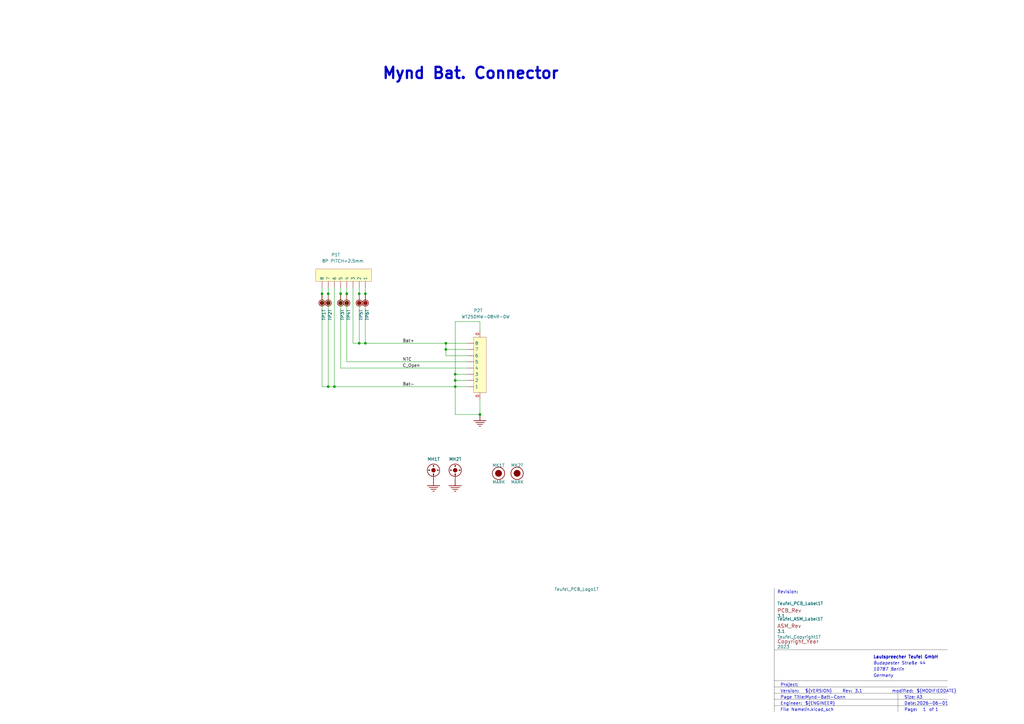
<source format=kicad_sch>
(kicad_sch
	(version 20231120)
	(generator "eeschema")
	(generator_version "8.0")
	(uuid "39cd98a2-433c-4f66-9e8e-06104f90f664")
	(paper "A3")
	(title_block
		(title "Mynd-Batt-Conn")
		(rev "3.1")
	)
	(lib_symbols
		(symbol "Mynd_Batt-altium-import:GND_POWER_GROUND"
			(power)
			(exclude_from_sim no)
			(in_bom yes)
			(on_board yes)
			(property "Reference" "#PWR"
				(at 0 0 0)
				(effects
					(font
						(size 1.27 1.27)
					)
				)
			)
			(property "Value" "GND"
				(at 0 6.35 0)
				(effects
					(font
						(size 1.27 1.27)
					)
				)
			)
			(property "Footprint" ""
				(at 0 0 0)
				(effects
					(font
						(size 1.27 1.27)
					)
					(hide yes)
				)
			)
			(property "Datasheet" ""
				(at 0 0 0)
				(effects
					(font
						(size 1.27 1.27)
					)
					(hide yes)
				)
			)
			(property "Description" "Spannungssymbol erstellt einen globalen Bezeichner mit Namen \"GND\""
				(at 0 0 0)
				(effects
					(font
						(size 1.27 1.27)
					)
					(hide yes)
				)
			)
			(property "ki_keywords" "power-flag"
				(at 0 0 0)
				(effects
					(font
						(size 1.27 1.27)
					)
					(hide yes)
				)
			)
			(symbol "GND_POWER_GROUND_0_0"
				(polyline
					(pts
						(xy -2.54 -2.54) (xy 2.54 -2.54)
					)
					(stroke
						(width 0.254)
						(type solid)
					)
					(fill
						(type none)
					)
				)
				(polyline
					(pts
						(xy -1.778 -3.302) (xy 1.778 -3.302)
					)
					(stroke
						(width 0.254)
						(type solid)
					)
					(fill
						(type none)
					)
				)
				(polyline
					(pts
						(xy -1.016 -4.064) (xy 1.016 -4.064)
					)
					(stroke
						(width 0.254)
						(type solid)
					)
					(fill
						(type none)
					)
				)
				(polyline
					(pts
						(xy -0.254 -4.826) (xy 0.254 -4.826)
					)
					(stroke
						(width 0.254)
						(type solid)
					)
					(fill
						(type none)
					)
				)
				(polyline
					(pts
						(xy 0 0) (xy 0 -2.54)
					)
					(stroke
						(width 0.254)
						(type solid)
					)
					(fill
						(type none)
					)
				)
				(pin power_in line
					(at 0 0 0)
					(length 0) hide
					(name "GND"
						(effects
							(font
								(size 1.27 1.27)
							)
						)
					)
					(number ""
						(effects
							(font
								(size 1.27 1.27)
							)
						)
					)
				)
			)
		)
		(symbol "Mynd_Batt-altium-import:root_0_MARK"
			(exclude_from_sim no)
			(in_bom yes)
			(on_board yes)
			(property "Reference" ""
				(at 0 0 0)
				(effects
					(font
						(size 1.27 1.27)
					)
				)
			)
			(property "Value" ""
				(at 0 0 0)
				(effects
					(font
						(size 1.27 1.27)
					)
				)
			)
			(property "Footprint" ""
				(at 0 0 0)
				(effects
					(font
						(size 1.27 1.27)
					)
					(hide yes)
				)
			)
			(property "Datasheet" ""
				(at 0 0 0)
				(effects
					(font
						(size 1.27 1.27)
					)
					(hide yes)
				)
			)
			(property "Description" "MARK DOT"
				(at 0 0 0)
				(effects
					(font
						(size 1.27 1.27)
					)
					(hide yes)
				)
			)
			(property "ki_fp_filters" "*MARK*"
				(at 0 0 0)
				(effects
					(font
						(size 1.27 1.27)
					)
					(hide yes)
				)
			)
			(symbol "root_0_MARK_1_0"
				(circle
					(center 0 0)
					(radius 1.27)
					(stroke
						(width 0.254)
						(type solid)
					)
					(fill
						(type outline)
					)
				)
				(circle
					(center 0 0)
					(radius 2.54)
					(stroke
						(width 0.254)
						(type solid)
					)
					(fill
						(type none)
					)
				)
				(pin passive line
					(at 1.27 0 180)
					(length 1.27)
					(name "MK_B"
						(effects
							(font
								(size 0 0)
							)
						)
					)
					(number "MK_B"
						(effects
							(font
								(size 0 0)
							)
						)
					)
				)
				(pin passive line
					(at -1.27 0 0)
					(length 1.27)
					(name "MK_T"
						(effects
							(font
								(size 0 0)
							)
						)
					)
					(number "MK_T"
						(effects
							(font
								(size 0 0)
							)
						)
					)
				)
			)
		)
		(symbol "Mynd_Batt-altium-import:root_0_Teufel NoLogo"
			(exclude_from_sim no)
			(in_bom yes)
			(on_board yes)
			(property "Reference" ""
				(at 0 0 0)
				(effects
					(font
						(size 1.27 1.27)
					)
				)
			)
			(property "Value" ""
				(at 0 0 0)
				(effects
					(font
						(size 1.27 1.27)
					)
				)
			)
			(property "Footprint" ""
				(at 0 0 0)
				(effects
					(font
						(size 1.27 1.27)
					)
					(hide yes)
				)
			)
			(property "Datasheet" ""
				(at 0 0 0)
				(effects
					(font
						(size 1.27 1.27)
					)
					(hide yes)
				)
			)
			(property "Description" "Teufel PCB NoLogo"
				(at 0 0 0)
				(effects
					(font
						(size 1.27 1.27)
					)
					(hide yes)
				)
			)
			(property "ki_fp_filters" "*Teufel_NoLogo*"
				(at 0 0 0)
				(effects
					(font
						(size 1.27 1.27)
					)
					(hide yes)
				)
			)
		)
		(symbol "Mynd_Batt-altium-import:root_0_Teufel_ASM_Label"
			(exclude_from_sim no)
			(in_bom yes)
			(on_board yes)
			(property "Reference" ""
				(at 0 0 0)
				(effects
					(font
						(size 1.27 1.27)
					)
				)
			)
			(property "Value" ""
				(at 0 0 0)
				(effects
					(font
						(size 1.27 1.27)
					)
				)
			)
			(property "Footprint" ""
				(at 0 0 0)
				(effects
					(font
						(size 1.27 1.27)
					)
					(hide yes)
				)
			)
			(property "Datasheet" ""
				(at 0 0 0)
				(effects
					(font
						(size 1.27 1.27)
					)
					(hide yes)
				)
			)
			(property "Description" "Teufel_ASM_Rev"
				(at 0 0 0)
				(effects
					(font
						(size 1.27 1.27)
					)
					(hide yes)
				)
			)
			(property "ki_fp_filters" "*Teufel_ASM_Rev*"
				(at 0 0 0)
				(effects
					(font
						(size 1.27 1.27)
					)
					(hide yes)
				)
			)
			(symbol "root_0_Teufel_ASM_Label_1_0"
				(text "ASM_Rev"
					(at 0 0 0)
					(effects
						(font
							(size 1.524 1.524)
						)
						(justify left bottom)
					)
				)
			)
		)
		(symbol "Mynd_Batt-altium-import:root_0_Teufel_Copyright"
			(exclude_from_sim no)
			(in_bom yes)
			(on_board yes)
			(property "Reference" ""
				(at 0 0 0)
				(effects
					(font
						(size 1.27 1.27)
					)
				)
			)
			(property "Value" ""
				(at 0 0 0)
				(effects
					(font
						(size 1.27 1.27)
					)
				)
			)
			(property "Footprint" ""
				(at 0 0 0)
				(effects
					(font
						(size 1.27 1.27)
					)
					(hide yes)
				)
			)
			(property "Datasheet" ""
				(at 0 0 0)
				(effects
					(font
						(size 1.27 1.27)
					)
					(hide yes)
				)
			)
			(property "Description" "Teufel_Copyright_Year"
				(at 0 0 0)
				(effects
					(font
						(size 1.27 1.27)
					)
					(hide yes)
				)
			)
			(property "ki_fp_filters" "*TEUFEL_COPYRIGHT*"
				(at 0 0 0)
				(effects
					(font
						(size 1.27 1.27)
					)
					(hide yes)
				)
			)
			(symbol "root_0_Teufel_Copyright_1_0"
				(text "Copyright_Year"
					(at 0 0 0)
					(effects
						(font
							(size 1.524 1.524)
						)
						(justify left bottom)
					)
				)
			)
		)
		(symbol "Mynd_Batt-altium-import:root_0_Teufel_PCB_Label"
			(exclude_from_sim no)
			(in_bom yes)
			(on_board yes)
			(property "Reference" ""
				(at 0 0 0)
				(effects
					(font
						(size 1.27 1.27)
					)
				)
			)
			(property "Value" ""
				(at 0 0 0)
				(effects
					(font
						(size 1.27 1.27)
					)
				)
			)
			(property "Footprint" ""
				(at 0 0 0)
				(effects
					(font
						(size 1.27 1.27)
					)
					(hide yes)
				)
			)
			(property "Datasheet" ""
				(at 0 0 0)
				(effects
					(font
						(size 1.27 1.27)
					)
					(hide yes)
				)
			)
			(property "Description" "Teufel_PCB_Label"
				(at 0 0 0)
				(effects
					(font
						(size 1.27 1.27)
					)
					(hide yes)
				)
			)
			(property "ki_fp_filters" "*Teufel_PCB_Rev*"
				(at 0 0 0)
				(effects
					(font
						(size 1.27 1.27)
					)
					(hide yes)
				)
			)
			(symbol "root_0_Teufel_PCB_Label_1_0"
				(text "PCB_Rev"
					(at 0 0 0)
					(effects
						(font
							(size 1.524 1.524)
						)
						(justify left bottom)
					)
				)
			)
		)
		(symbol "Mynd_Batt-altium-import:root_1_SCREW_HOLE"
			(exclude_from_sim no)
			(in_bom yes)
			(on_board yes)
			(property "Reference" ""
				(at 0 0 0)
				(effects
					(font
						(size 1.27 1.27)
					)
				)
			)
			(property "Value" ""
				(at 0 0 0)
				(effects
					(font
						(size 1.27 1.27)
					)
				)
			)
			(property "Footprint" ""
				(at 0 0 0)
				(effects
					(font
						(size 1.27 1.27)
					)
					(hide yes)
				)
			)
			(property "Datasheet" ""
				(at 0 0 0)
				(effects
					(font
						(size 1.27 1.27)
					)
					(hide yes)
				)
			)
			(property "Description" "SCREW_HOLE D3.2mm"
				(at 0 0 0)
				(effects
					(font
						(size 1.27 1.27)
					)
					(hide yes)
				)
			)
			(property "ki_fp_filters" "*SCREW_D32*"
				(at 0 0 0)
				(effects
					(font
						(size 1.27 1.27)
					)
					(hide yes)
				)
			)
			(symbol "root_1_SCREW_HOLE_1_0"
				(bezier
					(pts
						(xy -2.032 3.81) (xy -2.032 3.7398) (xy -1.9183 3.683) (xy -1.778 3.683)
					)
					(stroke
						(width 0.254)
						(type solid)
					)
					(fill
						(type outline)
					)
				)
				(bezier
					(pts
						(xy -1.778 3.683) (xy -1.6378 3.683) (xy -1.524 3.7398) (xy -1.524 3.81)
					)
					(stroke
						(width 0.254)
						(type solid)
					)
					(fill
						(type outline)
					)
				)
				(bezier
					(pts
						(xy -1.778 3.937) (xy -1.9183 3.937) (xy -2.032 3.8801) (xy -2.032 3.81)
					)
					(stroke
						(width 0.254)
						(type solid)
					)
					(fill
						(type outline)
					)
				)
				(bezier
					(pts
						(xy -1.524 3.81) (xy -1.524 3.8801) (xy -1.6378 3.937) (xy -1.778 3.937)
					)
					(stroke
						(width 0.254)
						(type solid)
					)
					(fill
						(type outline)
					)
				)
				(bezier
					(pts
						(xy -0.127 2.032) (xy -0.127 1.8917) (xy -0.0702 1.778) (xy 0 1.778)
					)
					(stroke
						(width 0.254)
						(type solid)
					)
					(fill
						(type outline)
					)
				)
				(bezier
					(pts
						(xy -0.127 5.588) (xy -0.127 5.4477) (xy -0.0702 5.334) (xy 0 5.334)
					)
					(stroke
						(width 0.254)
						(type solid)
					)
					(fill
						(type outline)
					)
				)
				(polyline
					(pts
						(xy -1.524 3.81) (xy -1.778 3.937) (xy -2.032 3.81) (xy -1.778 3.683) (xy -1.524 3.81)
					)
					(stroke
						(width -0.0001)
						(type default)
					)
					(fill
						(type outline)
					)
				)
				(polyline
					(pts
						(xy 0.127 2.032) (xy 0 2.286) (xy -0.127 2.032) (xy 0 1.778) (xy 0.127 2.032)
					)
					(stroke
						(width -0.0001)
						(type default)
					)
					(fill
						(type outline)
					)
				)
				(polyline
					(pts
						(xy 0.127 5.588) (xy 0 5.842) (xy -0.127 5.588) (xy 0 5.334) (xy 0.127 5.588)
					)
					(stroke
						(width -0.0001)
						(type default)
					)
					(fill
						(type outline)
					)
				)
				(polyline
					(pts
						(xy 2.032 3.81) (xy 1.778 3.937) (xy 1.524 3.81) (xy 1.778 3.683) (xy 2.032 3.81)
					)
					(stroke
						(width -0.0001)
						(type default)
					)
					(fill
						(type outline)
					)
				)
				(bezier
					(pts
						(xy 0 1.778) (xy 0.0701 1.778) (xy 0.127 1.8917) (xy 0.127 2.032)
					)
					(stroke
						(width 0.254)
						(type solid)
					)
					(fill
						(type outline)
					)
				)
				(bezier
					(pts
						(xy 0 2.286) (xy -0.0702 2.286) (xy -0.127 2.1722) (xy -0.127 2.032)
					)
					(stroke
						(width 0.254)
						(type solid)
					)
					(fill
						(type outline)
					)
				)
				(circle
					(center 0 3.81)
					(radius 0.762)
					(stroke
						(width 0.254)
						(type solid)
					)
					(fill
						(type outline)
					)
				)
				(circle
					(center 0 3.81)
					(radius 2.54)
					(stroke
						(width 0.254)
						(type solid)
					)
					(fill
						(type none)
					)
				)
				(bezier
					(pts
						(xy 0 5.334) (xy 0.0701 5.334) (xy 0.127 5.4477) (xy 0.127 5.588)
					)
					(stroke
						(width 0.254)
						(type solid)
					)
					(fill
						(type outline)
					)
				)
				(bezier
					(pts
						(xy 0 5.842) (xy -0.0702 5.842) (xy -0.127 5.7282) (xy -0.127 5.588)
					)
					(stroke
						(width 0.254)
						(type solid)
					)
					(fill
						(type outline)
					)
				)
				(bezier
					(pts
						(xy 0.127 2.032) (xy 0.127 2.1722) (xy 0.0701 2.286) (xy 0 2.286)
					)
					(stroke
						(width 0.254)
						(type solid)
					)
					(fill
						(type outline)
					)
				)
				(bezier
					(pts
						(xy 0.127 5.588) (xy 0.127 5.7282) (xy 0.0701 5.842) (xy 0 5.842)
					)
					(stroke
						(width 0.254)
						(type solid)
					)
					(fill
						(type outline)
					)
				)
				(bezier
					(pts
						(xy 1.524 3.81) (xy 1.524 3.7398) (xy 1.6377 3.683) (xy 1.778 3.683)
					)
					(stroke
						(width 0.254)
						(type solid)
					)
					(fill
						(type outline)
					)
				)
				(bezier
					(pts
						(xy 1.778 3.683) (xy 1.9182 3.683) (xy 2.032 3.7398) (xy 2.032 3.81)
					)
					(stroke
						(width 0.254)
						(type solid)
					)
					(fill
						(type outline)
					)
				)
				(bezier
					(pts
						(xy 1.778 3.937) (xy 1.6377 3.937) (xy 1.524 3.8801) (xy 1.524 3.81)
					)
					(stroke
						(width 0.254)
						(type solid)
					)
					(fill
						(type outline)
					)
				)
				(bezier
					(pts
						(xy 2.032 3.81) (xy 2.032 3.8801) (xy 1.9182 3.937) (xy 1.778 3.937)
					)
					(stroke
						(width 0.254)
						(type solid)
					)
					(fill
						(type outline)
					)
				)
				(pin passive line
					(at 0 0 90)
					(length 2.54)
					(name "1"
						(effects
							(font
								(size 0 0)
							)
						)
					)
					(number "1"
						(effects
							(font
								(size 0 0)
							)
						)
					)
				)
			)
		)
		(symbol "Mynd_Batt-altium-import:root_2_CON 8P_F"
			(exclude_from_sim no)
			(in_bom yes)
			(on_board yes)
			(property "Reference" ""
				(at 0 0 0)
				(effects
					(font
						(size 1.27 1.27)
					)
				)
			)
			(property "Value" ""
				(at 0 0 0)
				(effects
					(font
						(size 1.27 1.27)
					)
				)
			)
			(property "Footprint" ""
				(at 0 0 0)
				(effects
					(font
						(size 1.27 1.27)
					)
					(hide yes)
				)
			)
			(property "Datasheet" ""
				(at 0 0 0)
				(effects
					(font
						(size 1.27 1.27)
					)
					(hide yes)
				)
			)
			(property "Description" "SMD WTB CONNECTOR 8P P2.5mm TIN"
				(at 0 0 0)
				(effects
					(font
						(size 1.27 1.27)
					)
					(hide yes)
				)
			)
			(property "ki_fp_filters" "*CON_250_SMD_H_8P*"
				(at 0 0 0)
				(effects
					(font
						(size 1.27 1.27)
					)
					(hide yes)
				)
			)
			(symbol "root_2_CON 8P_F_1_0"
				(rectangle
					(start 0 22.86)
					(end -5.08 0)
					(stroke
						(width 0.0254)
						(type solid)
						(color 128 0 0 1)
					)
					(fill
						(type background)
					)
				)
				(pin passive line
					(at -2.54 -2.54 90)
					(length 2.54)
					(name "0"
						(effects
							(font
								(size 0 0)
							)
						)
					)
					(number "0"
						(effects
							(font
								(size 1.27 1.27)
							)
						)
					)
				)
				(pin passive line
					(at -2.54 25.4 270)
					(length 2.54)
					(name "0"
						(effects
							(font
								(size 0 0)
							)
						)
					)
					(number "0"
						(effects
							(font
								(size 1.27 1.27)
							)
						)
					)
				)
				(pin passive line
					(at -7.62 2.54 0)
					(length 2.54)
					(name "1"
						(effects
							(font
								(size 1.27 1.27)
							)
						)
					)
					(number "1"
						(effects
							(font
								(size 0 0)
							)
						)
					)
				)
				(pin passive line
					(at -7.62 5.08 0)
					(length 2.54)
					(name "2"
						(effects
							(font
								(size 1.27 1.27)
							)
						)
					)
					(number "2"
						(effects
							(font
								(size 0 0)
							)
						)
					)
				)
				(pin passive line
					(at -7.62 7.62 0)
					(length 2.54)
					(name "3"
						(effects
							(font
								(size 1.27 1.27)
							)
						)
					)
					(number "3"
						(effects
							(font
								(size 0 0)
							)
						)
					)
				)
				(pin passive line
					(at -7.62 10.16 0)
					(length 2.54)
					(name "4"
						(effects
							(font
								(size 1.27 1.27)
							)
						)
					)
					(number "4"
						(effects
							(font
								(size 0 0)
							)
						)
					)
				)
				(pin passive line
					(at -7.62 12.7 0)
					(length 2.54)
					(name "5"
						(effects
							(font
								(size 1.27 1.27)
							)
						)
					)
					(number "5"
						(effects
							(font
								(size 0 0)
							)
						)
					)
				)
				(pin passive line
					(at -7.62 15.24 0)
					(length 2.54)
					(name "6"
						(effects
							(font
								(size 1.27 1.27)
							)
						)
					)
					(number "6"
						(effects
							(font
								(size 0 0)
							)
						)
					)
				)
				(pin passive line
					(at -7.62 17.78 0)
					(length 2.54)
					(name "7"
						(effects
							(font
								(size 1.27 1.27)
							)
						)
					)
					(number "7"
						(effects
							(font
								(size 0 0)
							)
						)
					)
				)
				(pin passive line
					(at -7.62 20.32 0)
					(length 2.54)
					(name "8"
						(effects
							(font
								(size 1.27 1.27)
							)
						)
					)
					(number "8"
						(effects
							(font
								(size 0 0)
							)
						)
					)
				)
			)
		)
		(symbol "Mynd_Batt-altium-import:root_3_CON 8P"
			(exclude_from_sim no)
			(in_bom yes)
			(on_board yes)
			(property "Reference" ""
				(at 0 0 0)
				(effects
					(font
						(size 1.27 1.27)
					)
				)
			)
			(property "Value" ""
				(at 0 0 0)
				(effects
					(font
						(size 1.27 1.27)
					)
				)
			)
			(property "Footprint" ""
				(at 0 0 0)
				(effects
					(font
						(size 1.27 1.27)
					)
					(hide yes)
				)
			)
			(property "Datasheet" ""
				(at 0 0 0)
				(effects
					(font
						(size 1.27 1.27)
					)
					(hide yes)
				)
			)
			(property "Description" "SMD BTB CONNECTOR 8P P2.5mm GOLD"
				(at 0 0 0)
				(effects
					(font
						(size 1.27 1.27)
					)
					(hide yes)
				)
			)
			(property "ki_fp_filters" "*TSB1_05282*"
				(at 0 0 0)
				(effects
					(font
						(size 1.27 1.27)
					)
					(hide yes)
				)
			)
			(symbol "root_3_CON 8P_1_0"
				(rectangle
					(start 0 0)
					(end -22.86 -5.08)
					(stroke
						(width 0.0254)
						(type solid)
						(color 128 0 0 1)
					)
					(fill
						(type background)
					)
				)
				(pin passive line
					(at -2.54 -7.62 90)
					(length 2.54)
					(name "1"
						(effects
							(font
								(size 1.27 1.27)
							)
						)
					)
					(number "1"
						(effects
							(font
								(size 0 0)
							)
						)
					)
				)
				(pin passive line
					(at -5.08 -7.62 90)
					(length 2.54)
					(name "2"
						(effects
							(font
								(size 1.27 1.27)
							)
						)
					)
					(number "2"
						(effects
							(font
								(size 0 0)
							)
						)
					)
				)
				(pin passive line
					(at -7.62 -7.62 90)
					(length 2.54)
					(name "3"
						(effects
							(font
								(size 1.27 1.27)
							)
						)
					)
					(number "3"
						(effects
							(font
								(size 0 0)
							)
						)
					)
				)
				(pin passive line
					(at -10.16 -7.62 90)
					(length 2.54)
					(name "4"
						(effects
							(font
								(size 1.27 1.27)
							)
						)
					)
					(number "4"
						(effects
							(font
								(size 0 0)
							)
						)
					)
				)
				(pin passive line
					(at -12.7 -7.62 90)
					(length 2.54)
					(name "5"
						(effects
							(font
								(size 1.27 1.27)
							)
						)
					)
					(number "5"
						(effects
							(font
								(size 0 0)
							)
						)
					)
				)
				(pin passive line
					(at -15.24 -7.62 90)
					(length 2.54)
					(name "6"
						(effects
							(font
								(size 1.27 1.27)
							)
						)
					)
					(number "6"
						(effects
							(font
								(size 0 0)
							)
						)
					)
				)
				(pin passive line
					(at -17.78 -7.62 90)
					(length 2.54)
					(name "7"
						(effects
							(font
								(size 1.27 1.27)
							)
						)
					)
					(number "7"
						(effects
							(font
								(size 0 0)
							)
						)
					)
				)
				(pin passive line
					(at -20.32 -7.62 90)
					(length 2.54)
					(name "8"
						(effects
							(font
								(size 1.27 1.27)
							)
						)
					)
					(number "8"
						(effects
							(font
								(size 0 0)
							)
						)
					)
				)
			)
		)
		(symbol "Mynd_Batt-altium-import:root_3_TP"
			(exclude_from_sim no)
			(in_bom yes)
			(on_board yes)
			(property "Reference" ""
				(at 0 0 0)
				(effects
					(font
						(size 1.27 1.27)
					)
				)
			)
			(property "Value" ""
				(at 0 0 0)
				(effects
					(font
						(size 1.27 1.27)
					)
				)
			)
			(property "Footprint" ""
				(at 0 0 0)
				(effects
					(font
						(size 1.27 1.27)
					)
					(hide yes)
				)
			)
			(property "Datasheet" ""
				(at 0 0 0)
				(effects
					(font
						(size 1.27 1.27)
					)
					(hide yes)
				)
			)
			(property "Description" "Test Point"
				(at 0 0 0)
				(effects
					(font
						(size 1.27 1.27)
					)
					(hide yes)
				)
			)
			(property "ki_fp_filters" "*TP120*"
				(at 0 0 0)
				(effects
					(font
						(size 1.27 1.27)
					)
					(hide yes)
				)
			)
			(symbol "root_3_TP_1_0"
				(circle
					(center 0 -3.81)
					(radius 0.762)
					(stroke
						(width 0.254)
						(type solid)
					)
					(fill
						(type outline)
					)
				)
				(circle
					(center 0 -3.81)
					(radius 1.27)
					(stroke
						(width 0.254)
						(type solid)
					)
					(fill
						(type none)
					)
				)
				(pin passive line
					(at 0 0 270)
					(length 2.54)
					(name "1"
						(effects
							(font
								(size 0 0)
							)
						)
					)
					(number "1"
						(effects
							(font
								(size 0 0)
							)
						)
					)
				)
			)
		)
	)
	(junction
		(at 147.32 120.4722)
		(diameter 0)
		(color 0 0 0 0)
		(uuid "02b1d3aa-4e0a-4da2-b0bb-8428c93805d7")
	)
	(junction
		(at 147.32 140.7922)
		(diameter 0)
		(color 0 0 0 0)
		(uuid "109a26ad-f0a4-4d1d-9a9c-db467d0781c6")
	)
	(junction
		(at 142.24 120.4722)
		(diameter 0)
		(color 0 0 0 0)
		(uuid "1f8abe2b-a9c9-4845-bd36-1a814d016b51")
	)
	(junction
		(at 182.88 143.3322)
		(diameter 0)
		(color 0 0 0 0)
		(uuid "470f534e-2560-4229-97d4-4c5eb84e8759")
	)
	(junction
		(at 137.16 158.5722)
		(diameter 0)
		(color 0 0 0 0)
		(uuid "51c90172-87e5-4ddc-b734-166c3d0c69a6")
	)
	(junction
		(at 132.08 120.4722)
		(diameter 0)
		(color 0 0 0 0)
		(uuid "674badfa-2c24-41e8-97c1-f42c72649fbb")
	)
	(junction
		(at 196.85 170.0022)
		(diameter 0)
		(color 0 0 0 0)
		(uuid "6cdab744-94bb-49cc-a047-a5f857fbc5e4")
	)
	(junction
		(at 149.86 120.4722)
		(diameter 0)
		(color 0 0 0 0)
		(uuid "73ea2d0e-244d-4708-b7b0-3d26f525c2b8")
	)
	(junction
		(at 134.62 120.4722)
		(diameter 0)
		(color 0 0 0 0)
		(uuid "7b5b6985-cfb0-4ebe-bda2-0553bf3f5b45")
	)
	(junction
		(at 186.69 158.5722)
		(diameter 0)
		(color 0 0 0 0)
		(uuid "8223c06f-55df-4ba9-8269-2a669b1de554")
	)
	(junction
		(at 139.7 120.4722)
		(diameter 0)
		(color 0 0 0 0)
		(uuid "865037ae-02d5-4b21-967f-30d8d8ccaed1")
	)
	(junction
		(at 149.86 140.7922)
		(diameter 0)
		(color 0 0 0 0)
		(uuid "d9032893-3806-498d-bc1f-7de2af84baf5")
	)
	(junction
		(at 182.88 140.7922)
		(diameter 0)
		(color 0 0 0 0)
		(uuid "e15e5661-d07e-444c-88e5-fcef6776ab27")
	)
	(junction
		(at 134.62 158.5722)
		(diameter 0)
		(color 0 0 0 0)
		(uuid "e95d3f28-4d30-4368-9e45-98147f4775c9")
	)
	(junction
		(at 186.69 153.4922)
		(diameter 0)
		(color 0 0 0 0)
		(uuid "fd0a7aba-d4ae-4781-a753-78e496ebde6b")
	)
	(junction
		(at 186.69 156.0322)
		(diameter 0)
		(color 0 0 0 0)
		(uuid "fed680e4-b04f-4aa3-8ecc-9392b7217e33")
	)
	(wire
		(pts
			(xy 191.77 148.4122) (xy 142.24 148.4122)
		)
		(stroke
			(width 0)
			(type default)
		)
		(uuid "021e882d-2229-4bc4-9de9-583f4011a5d7")
	)
	(wire
		(pts
			(xy 182.88 145.8722) (xy 182.88 143.3322)
		)
		(stroke
			(width 0)
			(type default)
		)
		(uuid "075e38a7-40f5-4393-829c-83801604d131")
	)
	(wire
		(pts
			(xy 182.88 140.7922) (xy 191.77 140.7922)
		)
		(stroke
			(width 0)
			(type default)
		)
		(uuid "0d9b6ce5-b0e8-4821-a35f-aab903782f20")
	)
	(polyline
		(pts
			(xy 317.5 266.5222) (xy 388.62 266.5222)
		)
		(stroke
			(width 0.0254)
			(type solid)
			(color 0 0 0 1)
		)
		(uuid "10a02ffb-b282-450f-b581-8b49e04bec91")
	)
	(wire
		(pts
			(xy 182.88 143.3322) (xy 182.88 140.7922)
		)
		(stroke
			(width 0)
			(type default)
		)
		(uuid "14ad7641-a248-492e-bf64-4c922122b4df")
	)
	(wire
		(pts
			(xy 137.16 117.9322) (xy 137.16 158.5722)
		)
		(stroke
			(width 0)
			(type default)
		)
		(uuid "1f0423d1-e0b2-4ee2-8523-9036ce1e4ef0")
	)
	(wire
		(pts
			(xy 134.62 158.5722) (xy 134.62 120.4722)
		)
		(stroke
			(width 0)
			(type default)
		)
		(uuid "1f4f4b1a-b38d-46e4-88cb-d0601d57dc4e")
	)
	(polyline
		(pts
			(xy 317.5 281.7622) (xy 388.62 281.7622)
		)
		(stroke
			(width 0.0254)
			(type solid)
			(color 0 0 0 1)
		)
		(uuid "2fe7f399-73ed-41d9-90e7-efc30281a324")
	)
	(wire
		(pts
			(xy 147.32 140.7922) (xy 149.86 140.7922)
		)
		(stroke
			(width 0)
			(type default)
		)
		(uuid "301c422e-55bd-4288-9088-e874bf4307af")
	)
	(wire
		(pts
			(xy 186.69 131.9022) (xy 186.69 153.4922)
		)
		(stroke
			(width 0)
			(type default)
		)
		(uuid "4328e2fe-69c4-4395-993a-e9c09575d5b0")
	)
	(wire
		(pts
			(xy 142.24 120.4722) (xy 142.24 117.9322)
		)
		(stroke
			(width 0)
			(type default)
		)
		(uuid "458233b6-3883-492b-ac5e-f0c26b0c9e0c")
	)
	(wire
		(pts
			(xy 182.88 140.7922) (xy 149.86 140.7922)
		)
		(stroke
			(width 0)
			(type default)
		)
		(uuid "4a22d383-bef8-4dad-ad8a-80d662678869")
	)
	(wire
		(pts
			(xy 142.24 148.4122) (xy 142.24 120.4722)
		)
		(stroke
			(width 0)
			(type default)
		)
		(uuid "4aa83b0f-0373-440b-85e9-e1b43262bb52")
	)
	(polyline
		(pts
			(xy 317.5 266.5222) (xy 317.5 241.1222)
		)
		(stroke
			(width 0.0254)
			(type solid)
			(color 0 0 0 1)
		)
		(uuid "52f09960-ce41-4b65-b3a2-551e5745700d")
	)
	(wire
		(pts
			(xy 139.7 120.4722) (xy 139.7 117.9322)
		)
		(stroke
			(width 0)
			(type default)
		)
		(uuid "5b5e1da2-2444-466a-8cb0-3f58dc9c1da0")
	)
	(wire
		(pts
			(xy 196.85 131.9022) (xy 186.69 131.9022)
		)
		(stroke
			(width 0)
			(type default)
		)
		(uuid "5d7845ca-86a9-4925-aedf-4f9c9816ed49")
	)
	(wire
		(pts
			(xy 196.85 135.7122) (xy 196.85 131.9022)
		)
		(stroke
			(width 0)
			(type default)
		)
		(uuid "605bc670-8d92-4c3a-bd0e-835f8e9994da")
	)
	(wire
		(pts
			(xy 182.88 143.3322) (xy 191.77 143.3322)
		)
		(stroke
			(width 0)
			(type default)
		)
		(uuid "618f196c-3ab0-4857-a926-3187e0984a78")
	)
	(wire
		(pts
			(xy 186.69 153.4922) (xy 186.69 156.0322)
		)
		(stroke
			(width 0)
			(type default)
		)
		(uuid "632caac7-e623-433f-912f-fdbc7c052801")
	)
	(wire
		(pts
			(xy 186.69 158.5722) (xy 186.69 170.0022)
		)
		(stroke
			(width 0)
			(type default)
		)
		(uuid "6bfd3801-ca45-4c82-b98a-91ee51130a24")
	)
	(polyline
		(pts
			(xy 317.5 286.8422) (xy 388.62 286.8422)
		)
		(stroke
			(width 0.0254)
			(type solid)
			(color 0 0 0 1)
		)
		(uuid "7a80eba9-3d8e-4fb4-b772-466a990b54b5")
	)
	(wire
		(pts
			(xy 144.78 117.9322) (xy 144.78 140.7922)
		)
		(stroke
			(width 0)
			(type default)
		)
		(uuid "7daf849a-9ac5-4748-9a58-458406d3d0ba")
	)
	(polyline
		(pts
			(xy 317.5 279.2222) (xy 388.62 279.2222)
		)
		(stroke
			(width 0.0254)
			(type solid)
			(color 0 0 0 1)
		)
		(uuid "7f9ad8ff-373c-4df4-8288-97af004b468b")
	)
	(polyline
		(pts
			(xy 368.3 291.9222) (xy 368.3 284.3022)
		)
		(stroke
			(width 0.0254)
			(type solid)
			(color 0 0 0 1)
		)
		(uuid "810688ed-1669-4f96-bb38-96dacc86824a")
	)
	(wire
		(pts
			(xy 191.77 145.8722) (xy 182.88 145.8722)
		)
		(stroke
			(width 0)
			(type default)
		)
		(uuid "964f0f5d-f4bf-4c60-b0b7-b2f0eee4e534")
	)
	(wire
		(pts
			(xy 191.77 150.9522) (xy 139.7 150.9522)
		)
		(stroke
			(width 0)
			(type default)
		)
		(uuid "9b2aa463-dbc8-4c74-9a8f-db8034c7a9a5")
	)
	(wire
		(pts
			(xy 137.16 158.5722) (xy 186.69 158.5722)
		)
		(stroke
			(width 0)
			(type default)
		)
		(uuid "9d6c50a2-40fe-4069-bfa8-ab475addd3a5")
	)
	(wire
		(pts
			(xy 186.69 156.0322) (xy 191.77 156.0322)
		)
		(stroke
			(width 0)
			(type default)
		)
		(uuid "a201c32a-03fc-402d-adbd-9fb40782412b")
	)
	(wire
		(pts
			(xy 186.69 156.0322) (xy 186.69 158.5722)
		)
		(stroke
			(width 0)
			(type default)
		)
		(uuid "a3a42d1a-85de-46bc-be73-aafa6c00709c")
	)
	(wire
		(pts
			(xy 149.86 120.4722) (xy 149.86 117.9322)
		)
		(stroke
			(width 0)
			(type default)
		)
		(uuid "a6b8fbd9-98db-4860-acc3-fab5b3527d6f")
	)
	(wire
		(pts
			(xy 132.08 117.9322) (xy 132.08 120.4722)
		)
		(stroke
			(width 0)
			(type default)
		)
		(uuid "a987c574-8d74-4c26-a861-58ed022c6fcd")
	)
	(polyline
		(pts
			(xy 317.5 291.9222) (xy 317.5 266.5222)
		)
		(stroke
			(width 0.0254)
			(type solid)
			(color 0 0 0 1)
		)
		(uuid "b32ff9c7-13b6-4c24-b2f5-528067e4b179")
	)
	(wire
		(pts
			(xy 196.85 170.0022) (xy 196.85 163.6522)
		)
		(stroke
			(width 0)
			(type default)
		)
		(uuid "b69f8675-9377-4a64-b6b2-a114f7213191")
	)
	(wire
		(pts
			(xy 132.08 120.4722) (xy 132.08 158.5722)
		)
		(stroke
			(width 0)
			(type default)
		)
		(uuid "b6ae46bc-7267-4d98-b02f-652d21a243a5")
	)
	(polyline
		(pts
			(xy 317.5 284.3022) (xy 388.62 284.3022)
		)
		(stroke
			(width 0.0254)
			(type solid)
			(color 0 0 0 1)
		)
		(uuid "b713a4f5-05b7-4d00-9874-0c92ca231350")
	)
	(wire
		(pts
			(xy 186.69 170.0022) (xy 196.85 170.0022)
		)
		(stroke
			(width 0)
			(type default)
		)
		(uuid "bd006bf3-9dfb-48cc-b404-26511d177957")
	)
	(wire
		(pts
			(xy 147.32 120.4722) (xy 147.32 117.9322)
		)
		(stroke
			(width 0)
			(type default)
		)
		(uuid "c82c6899-7924-4e7c-864e-7d10fb6d1d0e")
	)
	(polyline
		(pts
			(xy 317.5 289.3822) (xy 388.62 289.3822)
		)
		(stroke
			(width 0.0254)
			(type solid)
			(color 0 0 0 1)
		)
		(uuid "d1e59c39-0172-42da-9f91-7d80792d8e94")
	)
	(wire
		(pts
			(xy 186.69 158.5722) (xy 191.77 158.5722)
		)
		(stroke
			(width 0)
			(type default)
		)
		(uuid "dc2fb41f-1924-4fc0-bdce-9958aa620a2a")
	)
	(wire
		(pts
			(xy 134.62 158.5722) (xy 137.16 158.5722)
		)
		(stroke
			(width 0)
			(type default)
		)
		(uuid "de413330-1036-4545-a4b7-f3b3a15ab551")
	)
	(wire
		(pts
			(xy 147.32 140.7922) (xy 147.32 120.4722)
		)
		(stroke
			(width 0)
			(type default)
		)
		(uuid "e5e22c69-f670-416e-ab76-f40dff4996c1")
	)
	(wire
		(pts
			(xy 144.78 140.7922) (xy 147.32 140.7922)
		)
		(stroke
			(width 0)
			(type default)
		)
		(uuid "e97234b1-4667-4e85-b1f8-aea3cebb2940")
	)
	(wire
		(pts
			(xy 134.62 120.4722) (xy 134.62 117.9322)
		)
		(stroke
			(width 0)
			(type default)
		)
		(uuid "ef5af340-e2f7-4082-91df-65ea2952d9f2")
	)
	(wire
		(pts
			(xy 149.86 140.7922) (xy 149.86 120.4722)
		)
		(stroke
			(width 0)
			(type default)
		)
		(uuid "f025f56a-820b-4dfa-ae46-ffee9116e054")
	)
	(wire
		(pts
			(xy 139.7 150.9522) (xy 139.7 120.4722)
		)
		(stroke
			(width 0)
			(type default)
		)
		(uuid "f060a126-f027-4182-a61e-36d2062667fe")
	)
	(wire
		(pts
			(xy 186.69 153.4922) (xy 191.77 153.4922)
		)
		(stroke
			(width 0)
			(type default)
		)
		(uuid "f12d7612-f9c2-4b97-a744-420a2daa2334")
	)
	(wire
		(pts
			(xy 132.08 158.5722) (xy 134.62 158.5722)
		)
		(stroke
			(width 0)
			(type default)
		)
		(uuid "f796a8bb-167e-4dfa-9f39-f26fd68422b9")
	)
	(text "of"
		(exclude_from_sim no)
		(at 381 291.9222 0)
		(effects
			(font
				(size 1.27 1.27)
			)
			(justify left bottom)
		)
		(uuid "02179abc-ca71-4441-9b0d-b9957ce8d925")
	)
	(text "Lautspreecher Teufel GmbH"
		(exclude_from_sim no)
		(at 358.14 270.3322 0)
		(effects
			(font
				(size 1.27 1.27)
				(thickness 0.254)
				(bold yes)
			)
			(justify left bottom)
		)
		(uuid "0ac8f851-1eb8-42bc-99c2-b9dcf5d4b0b0")
	)
	(text "Size:"
		(exclude_from_sim no)
		(at 370.84 286.8422 0)
		(effects
			(font
				(size 1.27 1.27)
			)
			(justify left bottom)
		)
		(uuid "17b04fab-1607-42b5-be66-3526d509ef84")
	)
	(text "Germany"
		(exclude_from_sim no)
		(at 358.14 277.9522 0)
		(effects
			(font
				(size 1.27 1.27)
				(italic yes)
			)
			(justify left bottom)
		)
		(uuid "1b04777d-eb5d-4ad9-8bac-ce775d1a7a38")
	)
	(text "Page:"
		(exclude_from_sim no)
		(at 370.84 291.9222 0)
		(effects
			(font
				(size 1.27 1.27)
			)
			(justify left bottom)
		)
		(uuid "1b360da5-0819-4173-bf32-1f66e35d1401")
	)
	(text "${FILENAME}"
		(exclude_from_sim no)
		(at 330.2 291.9222 0)
		(effects
			(font
				(size 1.27 1.27)
			)
			(justify left bottom)
		)
		(uuid "1ef5d161-9c5a-4fa8-910a-5bb0e378f15f")
	)
	(text "modified:"
		(exclude_from_sim no)
		(at 365.76 284.3022 0)
		(effects
			(font
				(size 1.27 1.27)
			)
			(justify left bottom)
		)
		(uuid "28b322dd-eb12-4f69-aef1-a31e90865c79")
	)
	(text "Revision:"
		(exclude_from_sim no)
		(at 318.77 243.6622 0)
		(effects
			(font
				(size 1.27 1.27)
			)
			(justify left bottom)
		)
		(uuid "47048d03-7210-4472-bbbc-ec4a7c9766a3")
	)
	(text "Date:"
		(exclude_from_sim no)
		(at 370.84 289.3822 0)
		(effects
			(font
				(size 1.27 1.27)
			)
			(justify left bottom)
		)
		(uuid "4840334a-2c90-4912-a9ff-20c47fc3c3e8")
	)
	(text "${TITLE}"
		(exclude_from_sim no)
		(at 330.2 286.8422 0)
		(effects
			(font
				(size 1.27 1.27)
			)
			(justify left bottom)
		)
		(uuid "6f78e3f4-f5a4-4d97-936f-72649e8d2648")
	)
	(text "Budapester Straße 44"
		(exclude_from_sim no)
		(at 358.14 272.8722 0)
		(effects
			(font
				(size 1.27 1.27)
				(italic yes)
			)
			(justify left bottom)
		)
		(uuid "70ef34f8-4c4a-4d99-a90f-a36eed7ef7ba")
	)
	(text "${REVISION}"
		(exclude_from_sim no)
		(at 350.52 284.3022 0)
		(effects
			(font
				(size 1.27 1.27)
			)
			(justify left bottom)
		)
		(uuid "8105f160-b53f-418c-b3e3-9088184f58c6")
	)
	(text "Page Title:"
		(exclude_from_sim no)
		(at 320.04 286.8422 0)
		(effects
			(font
				(size 1.27 1.27)
			)
			(justify left bottom)
		)
		(uuid "891b5dfd-9482-4266-9d37-c7393d50b07e")
	)
	(text "Project:"
		(exclude_from_sim no)
		(at 320.04 281.7622 0)
		(effects
			(font
				(size 1.27 1.27)
			)
			(justify left bottom)
		)
		(uuid "98285bac-e7e5-4d7f-acbd-1b1bd226807d")
	)
	(text "Engineer:"
		(exclude_from_sim no)
		(at 320.04 289.3822 0)
		(effects
			(font
				(size 1.27 1.27)
			)
			(justify left bottom)
		)
		(uuid "a4a070b9-da52-41c6-bcea-c53b329a85d2")
	)
	(text "Version:"
		(exclude_from_sim no)
		(at 320.04 284.3022 0)
		(effects
			(font
				(size 1.27 1.27)
			)
			(justify left bottom)
		)
		(uuid "a8add919-ad7d-4856-af6f-f8569b120cd9")
	)
	(text "${VERSION}"
		(exclude_from_sim no)
		(at 330.2 284.3022 0)
		(effects
			(font
				(size 1.27 1.27)
			)
			(justify left bottom)
		)
		(uuid "b82fe51b-7369-42a0-b9e7-9705802674c5")
	)
	(text "${MODIFIEDDATE}"
		(exclude_from_sim no)
		(at 375.92 284.3022 0)
		(effects
			(font
				(size 1.27 1.27)
			)
			(justify left bottom)
		)
		(uuid "bae58761-cad1-4dbb-9348-f0593c2a3195")
	)
	(text "${PROJECTNAME}"
		(exclude_from_sim no)
		(at 330.2 281.7622 0)
		(effects
			(font
				(size 1.27 1.27)
			)
			(justify left bottom)
		)
		(uuid "bbcaa55c-7ee4-426f-b7ae-5e46b94ffd0b")
	)
	(text "A3"
		(exclude_from_sim no)
		(at 375.92 286.8422 0)
		(effects
			(font
				(size 1.27 1.27)
			)
			(justify left bottom)
		)
		(uuid "d541e96d-953a-4eef-9c7b-240df0824864")
	)
	(text "${ENGINEER}"
		(exclude_from_sim no)
		(at 330.2 289.3822 0)
		(effects
			(font
				(size 1.27 1.27)
			)
			(justify left bottom)
		)
		(uuid "d6f487ca-af39-432c-99bc-f8f34da214ff")
	)
	(text "${##}"
		(exclude_from_sim no)
		(at 383.54 291.9222 0)
		(effects
			(font
				(size 1.27 1.27)
			)
			(justify left bottom)
		)
		(uuid "ddb23de3-9708-47b8-804f-221d2241ca2f")
	)
	(text "${CURRENT_DATE}"
		(exclude_from_sim no)
		(at 375.92 289.3822 0)
		(effects
			(font
				(size 1.27 1.27)
			)
			(justify left bottom)
		)
		(uuid "f219b2bd-cb09-4eae-97b3-bb32bc24fbe3")
	)
	(text "10787 Berlin"
		(exclude_from_sim no)
		(at 358.14 275.4122 0)
		(effects
			(font
				(size 1.27 1.27)
				(italic yes)
			)
			(justify left bottom)
		)
		(uuid "f340c05d-7d82-43d2-b624-4cd1879bf93e")
	)
	(text "Mynd Bat. Connector"
		(exclude_from_sim no)
		(at 193.04 32.8422 0)
		(effects
			(font
				(size 4.572 4.572)
				(thickness 0.9144)
				(bold yes)
			)
			(justify bottom)
		)
		(uuid "f645b58e-ebc6-4a29-8223-991b3d50d980")
	)
	(text "Rev:"
		(exclude_from_sim no)
		(at 345.44 284.3022 0)
		(effects
			(font
				(size 1.27 1.27)
			)
			(justify left bottom)
		)
		(uuid "f65db54c-5e63-43c9-bbc6-28507f8d5474")
	)
	(text "${#}"
		(exclude_from_sim no)
		(at 378.46 291.9222 0)
		(effects
			(font
				(size 1.27 1.27)
			)
			(justify left bottom)
		)
		(uuid "fbf8cc2a-ebcf-4c97-a32a-7c79dc07326a")
	)
	(text "File Name:"
		(exclude_from_sim no)
		(at 320.04 291.9222 0)
		(effects
			(font
				(size 1.27 1.27)
			)
			(justify left bottom)
		)
		(uuid "fc56e1f1-d483-409e-8cfd-9bfa34d01373")
	)
	(label "Bat+"
		(at 165.1 140.7922 0)
		(effects
			(font
				(size 1.27 1.27)
			)
			(justify left bottom)
		)
		(uuid "13da9f78-6ec1-497e-9230-010a9ab049f8")
	)
	(label "Bat-"
		(at 165.1 158.5722 0)
		(effects
			(font
				(size 1.27 1.27)
			)
			(justify left bottom)
		)
		(uuid "558013dd-85c5-486c-ac35-6379f4088632")
	)
	(label ""
		(at 166.37 150.9522 0)
		(effects
			(font
				(size 1.27 1.27)
			)
			(justify left bottom)
		)
		(uuid "5e78e04f-2c43-4455-b55d-fe4dd7c9f4de")
	)
	(label "C_Open"
		(at 165.1 150.9522 0)
		(effects
			(font
				(size 1.27 1.27)
			)
			(justify left bottom)
		)
		(uuid "8c537186-f8c4-4362-893f-875ab44a666c")
	)
	(label "NTC"
		(at 165.1 148.4122 0)
		(effects
			(font
				(size 1.27 1.27)
			)
			(justify left bottom)
		)
		(uuid "acdf55bb-0224-4134-8cca-56dc132a8939")
	)
	(label ""
		(at 170.18 140.7922 0)
		(effects
			(font
				(size 1.27 1.27)
			)
			(justify left bottom)
		)
		(uuid "f995ffc1-b315-43c6-9769-8ee639d40a8a")
	)
	(symbol
		(lib_id "Mynd_Batt-altium-import:root_1_SCREW_HOLE")
		(at 177.8 196.6722 0)
		(unit 1)
		(exclude_from_sim no)
		(in_bom yes)
		(on_board yes)
		(dnp no)
		(uuid "037da48e-25d7-4c5e-be26-873e42b4127a")
		(property "Reference" "MH1T"
			(at 175.26 189.0522 0)
			(effects
				(font
					(size 1.27 1.27)
				)
				(justify left bottom)
			)
		)
		(property "Value" "SCREW_HOLE"
			(at 175.26 190.3222 0)
			(effects
				(font
					(size 1.27 1.27)
				)
				(justify left bottom)
				(hide yes)
			)
		)
		(property "Footprint" "SCREW_D32"
			(at 177.8 196.6722 0)
			(effects
				(font
					(size 1.27 1.27)
				)
				(hide yes)
			)
		)
		(property "Datasheet" ""
			(at 177.8 196.6722 0)
			(effects
				(font
					(size 1.27 1.27)
				)
				(hide yes)
			)
		)
		(property "Description" "SCREW_HOLE D3.2mm"
			(at 177.8 196.6722 0)
			(effects
				(font
					(size 1.27 1.27)
				)
				(hide yes)
			)
		)
		(property "DESIGN ITEM ID" "SCREW_HOLE"
			(at 175.26 190.3222 0)
			(effects
				(font
					(size 1.27 1.27)
				)
				(justify left bottom)
				(hide yes)
			)
		)
		(pin "1"
			(uuid "81611fcf-d950-44c3-9fc9-4b1c2681655e")
		)
		(instances
			(project ""
				(path "/39cd98a2-433c-4f66-9e8e-06104f90f664"
					(reference "MH1T")
					(unit 1)
				)
			)
		)
	)
	(symbol
		(lib_id "Mynd_Batt-altium-import:root_0_Teufel_ASM_Label")
		(at 318.77 257.6322 0)
		(unit 1)
		(exclude_from_sim no)
		(in_bom yes)
		(on_board yes)
		(dnp no)
		(uuid "065d0f5c-1564-481c-a3d7-da54015656be")
		(property "Reference" "Teufel_ASM_Label1T"
			(at 318.77 254.5842 0)
			(effects
				(font
					(size 1.27 1.27)
				)
				(justify left bottom)
			)
		)
		(property "Value" "${ALTIUM_VALUE}"
			(at 318.77 259.6642 0)
			(effects
				(font
					(size 1.27 1.27)
				)
				(justify left bottom)
			)
		)
		(property "Footprint" "Teufel_ASM_Rev"
			(at 318.77 257.6322 0)
			(effects
				(font
					(size 1.27 1.27)
				)
				(hide yes)
			)
		)
		(property "Datasheet" ""
			(at 318.77 257.6322 0)
			(effects
				(font
					(size 1.27 1.27)
				)
				(hide yes)
			)
		)
		(property "Description" "Teufel_ASM_Rev"
			(at 318.77 257.6322 0)
			(effects
				(font
					(size 1.27 1.27)
				)
				(hide yes)
			)
		)
		(property "ALTIUM_VALUE" "3.1"
			(at 318.77 254.5842 0)
			(effects
				(font
					(size 1.27 1.27)
				)
				(justify left bottom)
				(hide yes)
			)
		)
		(instances
			(project ""
				(path "/39cd98a2-433c-4f66-9e8e-06104f90f664"
					(reference "Teufel_ASM_Label1T")
					(unit 1)
				)
			)
		)
	)
	(symbol
		(lib_id "Mynd_Batt-altium-import:GND_POWER_GROUND")
		(at 186.69 196.6722 0)
		(unit 1)
		(exclude_from_sim no)
		(in_bom yes)
		(on_board yes)
		(dnp no)
		(uuid "0c121d35-c632-46ce-a14e-62153f9ad23a")
		(property "Reference" "#PWR?"
			(at 186.69 196.6722 0)
			(effects
				(font
					(size 1.27 1.27)
				)
				(hide yes)
			)
		)
		(property "Value" "GND"
			(at 186.69 203.0222 0)
			(effects
				(font
					(size 1.27 1.27)
				)
				(hide yes)
			)
		)
		(property "Footprint" ""
			(at 186.69 196.6722 0)
			(effects
				(font
					(size 1.27 1.27)
				)
				(hide yes)
			)
		)
		(property "Datasheet" ""
			(at 186.69 196.6722 0)
			(effects
				(font
					(size 1.27 1.27)
				)
				(hide yes)
			)
		)
		(property "Description" ""
			(at 186.69 196.6722 0)
			(effects
				(font
					(size 1.27 1.27)
				)
				(hide yes)
			)
		)
		(pin ""
			(uuid "572c40b2-845e-4696-8851-3a8172b0b5da")
		)
		(instances
			(project ""
				(path "/39cd98a2-433c-4f66-9e8e-06104f90f664"
					(reference "#PWR?")
					(unit 1)
				)
			)
		)
	)
	(symbol
		(lib_id "Mynd_Batt-altium-import:root_3_CON 8P")
		(at 152.4 110.3122 0)
		(unit 1)
		(exclude_from_sim no)
		(in_bom yes)
		(on_board yes)
		(dnp no)
		(uuid "1adc40b5-2524-42a0-bf07-a10731656b16")
		(property "Reference" "P1T"
			(at 135.89 105.2322 0)
			(effects
				(font
					(size 1.27 1.27)
				)
				(justify left bottom)
			)
		)
		(property "Value" "${ALTIUM_VALUE}"
			(at 132.08 107.7722 0)
			(effects
				(font
					(size 1.27 1.27)
				)
				(justify left bottom)
			)
		)
		(property "Footprint" "TSB1_05282"
			(at 152.4 110.3122 0)
			(effects
				(font
					(size 1.27 1.27)
				)
				(hide yes)
			)
		)
		(property "Datasheet" ""
			(at 152.4 110.3122 0)
			(effects
				(font
					(size 1.27 1.27)
				)
				(hide yes)
			)
		)
		(property "Description" "SMD BTB CONNECTOR 8P P2.5mm GOLD"
			(at 152.4 110.3122 0)
			(effects
				(font
					(size 1.27 1.27)
				)
				(hide yes)
			)
		)
		(property "MANUFACTURER" "Multi-Sourced"
			(at 129.54 110.3122 0)
			(effects
				(font
					(size 1.27 1.27)
				)
				(justify left bottom)
				(hide yes)
			)
		)
		(property "SYSTEM" "Connector"
			(at 129.54 120.9802 0)
			(effects
				(font
					(size 1.27 1.27)
				)
				(justify left bottom)
				(hide yes)
			)
		)
		(property "PART_NUMBER" "8P PITCH=2.5mm"
			(at 129.54 102.6922 0)
			(effects
				(font
					(size 1.27 1.27)
				)
				(justify left bottom)
				(hide yes)
			)
		)
		(property "PART_TYPE" "Connector 8 Pin SMT"
			(at 129.54 102.6922 0)
			(effects
				(font
					(size 1.27 1.27)
				)
				(justify left bottom)
				(hide yes)
			)
		)
		(property "ALTIUM_VALUE" "${PART_NUMBER}"
			(at 129.54 102.6922 0)
			(effects
				(font
					(size 1.27 1.27)
				)
				(justify left bottom)
				(hide yes)
			)
		)
		(pin "1"
			(uuid "e6ba0e4d-6133-454a-9929-2bdfaf163c4a")
		)
		(pin "5"
			(uuid "fc25f7ef-c471-441b-9480-2a87068b04f3")
		)
		(pin "7"
			(uuid "55252216-df8c-4eaf-b77a-aa0b1d56319c")
		)
		(pin "8"
			(uuid "01ac52fa-0b38-4cf6-8e93-bbfcae358595")
		)
		(pin "4"
			(uuid "7b492f90-0928-4f8d-a7d1-7a9a11af0cc5")
		)
		(pin "3"
			(uuid "267dd313-8228-4eb1-8b42-e8371f54d542")
		)
		(pin "2"
			(uuid "27c39f31-ba7e-44db-869a-6f691a3df3e4")
		)
		(pin "6"
			(uuid "5ba88ddd-2504-4534-a971-1fdb7e3deb6e")
		)
		(instances
			(project ""
				(path "/39cd98a2-433c-4f66-9e8e-06104f90f664"
					(reference "P1T")
					(unit 1)
				)
			)
		)
	)
	(symbol
		(lib_id "Mynd_Batt-altium-import:root_3_TP")
		(at 142.24 120.4722 0)
		(unit 1)
		(exclude_from_sim no)
		(in_bom yes)
		(on_board yes)
		(dnp no)
		(uuid "224928d7-a16c-4643-a426-f8043b43f041")
		(property "Reference" "TP4T"
			(at 142.24 126.8222 90)
			(effects
				(font
					(size 1.27 1.27)
				)
				(justify right top)
			)
		)
		(property "Value" "TP12"
			(at 140.97 119.9642 0)
			(effects
				(font
					(size 1.27 1.27)
				)
				(justify left bottom)
				(hide yes)
			)
		)
		(property "Footprint" "TP120"
			(at 142.24 120.4722 0)
			(effects
				(font
					(size 1.27 1.27)
				)
				(hide yes)
			)
		)
		(property "Datasheet" ""
			(at 142.24 120.4722 0)
			(effects
				(font
					(size 1.27 1.27)
				)
				(hide yes)
			)
		)
		(property "Description" "Test Point"
			(at 142.24 120.4722 0)
			(effects
				(font
					(size 1.27 1.27)
				)
				(hide yes)
			)
		)
		(property "DESIGN ITEM ID" "TP"
			(at 140.97 119.9642 0)
			(effects
				(font
					(size 1.27 1.27)
				)
				(justify left bottom)
				(hide yes)
			)
		)
		(pin "1"
			(uuid "b734ba5c-4631-4f19-b042-21a3f90f5dab")
		)
		(instances
			(project ""
				(path "/39cd98a2-433c-4f66-9e8e-06104f90f664"
					(reference "TP4T")
					(unit 1)
				)
			)
		)
	)
	(symbol
		(lib_id "Mynd_Batt-altium-import:root_3_TP")
		(at 149.86 120.4722 0)
		(unit 1)
		(exclude_from_sim no)
		(in_bom yes)
		(on_board yes)
		(dnp no)
		(uuid "24d4ef74-3e39-40d1-8cf6-a33a51f8b2af")
		(property "Reference" "TP6T"
			(at 149.86 126.8222 90)
			(effects
				(font
					(size 1.27 1.27)
				)
				(justify right top)
			)
		)
		(property "Value" "TP12"
			(at 148.59 119.9642 0)
			(effects
				(font
					(size 1.27 1.27)
				)
				(justify left bottom)
				(hide yes)
			)
		)
		(property "Footprint" "TP120"
			(at 149.86 120.4722 0)
			(effects
				(font
					(size 1.27 1.27)
				)
				(hide yes)
			)
		)
		(property "Datasheet" ""
			(at 149.86 120.4722 0)
			(effects
				(font
					(size 1.27 1.27)
				)
				(hide yes)
			)
		)
		(property "Description" "Test Point"
			(at 149.86 120.4722 0)
			(effects
				(font
					(size 1.27 1.27)
				)
				(hide yes)
			)
		)
		(property "DESIGN ITEM ID" "TP"
			(at 148.59 119.9642 0)
			(effects
				(font
					(size 1.27 1.27)
				)
				(justify left bottom)
				(hide yes)
			)
		)
		(pin "1"
			(uuid "1945a92e-a8c7-467b-8c26-be4ec30d151c")
		)
		(instances
			(project ""
				(path "/39cd98a2-433c-4f66-9e8e-06104f90f664"
					(reference "TP6T")
					(unit 1)
				)
			)
		)
	)
	(symbol
		(lib_id "Mynd_Batt-altium-import:root_3_TP")
		(at 147.32 120.4722 0)
		(unit 1)
		(exclude_from_sim no)
		(in_bom yes)
		(on_board yes)
		(dnp no)
		(uuid "2c3afc90-8c37-4bfe-a7cc-7255de2190e6")
		(property "Reference" "TP5T"
			(at 147.32 126.8222 90)
			(effects
				(font
					(size 1.27 1.27)
				)
				(justify right top)
			)
		)
		(property "Value" "TP12"
			(at 146.05 119.9642 0)
			(effects
				(font
					(size 1.27 1.27)
				)
				(justify left bottom)
				(hide yes)
			)
		)
		(property "Footprint" "TP120"
			(at 147.32 120.4722 0)
			(effects
				(font
					(size 1.27 1.27)
				)
				(hide yes)
			)
		)
		(property "Datasheet" ""
			(at 147.32 120.4722 0)
			(effects
				(font
					(size 1.27 1.27)
				)
				(hide yes)
			)
		)
		(property "Description" "Test Point"
			(at 147.32 120.4722 0)
			(effects
				(font
					(size 1.27 1.27)
				)
				(hide yes)
			)
		)
		(property "DESIGN ITEM ID" "TP"
			(at 146.05 119.9642 0)
			(effects
				(font
					(size 1.27 1.27)
				)
				(justify left bottom)
				(hide yes)
			)
		)
		(pin "1"
			(uuid "6b697a76-d906-419a-a62b-771c4ec2feca")
		)
		(instances
			(project ""
				(path "/39cd98a2-433c-4f66-9e8e-06104f90f664"
					(reference "TP5T")
					(unit 1)
				)
			)
		)
	)
	(symbol
		(lib_id "Mynd_Batt-altium-import:root_3_TP")
		(at 134.62 120.4722 0)
		(unit 1)
		(exclude_from_sim no)
		(in_bom yes)
		(on_board yes)
		(dnp no)
		(uuid "4e88b648-a2ed-47c9-bc1a-07c8a9ae67e3")
		(property "Reference" "TP2T"
			(at 134.62 126.8222 90)
			(effects
				(font
					(size 1.27 1.27)
				)
				(justify right top)
			)
		)
		(property "Value" "TP12"
			(at 133.35 119.9642 0)
			(effects
				(font
					(size 1.27 1.27)
				)
				(justify left bottom)
				(hide yes)
			)
		)
		(property "Footprint" "TP120"
			(at 134.62 120.4722 0)
			(effects
				(font
					(size 1.27 1.27)
				)
				(hide yes)
			)
		)
		(property "Datasheet" ""
			(at 134.62 120.4722 0)
			(effects
				(font
					(size 1.27 1.27)
				)
				(hide yes)
			)
		)
		(property "Description" "Test Point"
			(at 134.62 120.4722 0)
			(effects
				(font
					(size 1.27 1.27)
				)
				(hide yes)
			)
		)
		(property "DESIGN ITEM ID" "TP"
			(at 133.35 119.9642 0)
			(effects
				(font
					(size 1.27 1.27)
				)
				(justify left bottom)
				(hide yes)
			)
		)
		(pin "1"
			(uuid "e7e472d6-3db1-4b31-a5e4-2e8bb8b901b7")
		)
		(instances
			(project ""
				(path "/39cd98a2-433c-4f66-9e8e-06104f90f664"
					(reference "TP2T")
					(unit 1)
				)
			)
		)
	)
	(symbol
		(lib_id "Mynd_Batt-altium-import:GND_POWER_GROUND")
		(at 196.85 170.0022 0)
		(unit 1)
		(exclude_from_sim no)
		(in_bom yes)
		(on_board yes)
		(dnp no)
		(uuid "5e31a165-8d69-45ca-b129-57971e7b8e40")
		(property "Reference" "#PWR?"
			(at 196.85 170.0022 0)
			(effects
				(font
					(size 1.27 1.27)
				)
				(hide yes)
			)
		)
		(property "Value" "GND"
			(at 196.85 176.3522 0)
			(effects
				(font
					(size 1.27 1.27)
				)
				(hide yes)
			)
		)
		(property "Footprint" ""
			(at 196.85 170.0022 0)
			(effects
				(font
					(size 1.27 1.27)
				)
				(hide yes)
			)
		)
		(property "Datasheet" ""
			(at 196.85 170.0022 0)
			(effects
				(font
					(size 1.27 1.27)
				)
				(hide yes)
			)
		)
		(property "Description" ""
			(at 196.85 170.0022 0)
			(effects
				(font
					(size 1.27 1.27)
				)
				(hide yes)
			)
		)
		(pin ""
			(uuid "22525137-3d3f-4996-9478-5d2fd1657636")
		)
		(instances
			(project ""
				(path "/39cd98a2-433c-4f66-9e8e-06104f90f664"
					(reference "#PWR?")
					(unit 1)
				)
			)
		)
	)
	(symbol
		(lib_id "Mynd_Batt-altium-import:root_3_TP")
		(at 139.7 120.4722 0)
		(unit 1)
		(exclude_from_sim no)
		(in_bom yes)
		(on_board yes)
		(dnp no)
		(uuid "66515d92-eb65-4d50-b03b-90688db2e292")
		(property "Reference" "TP3T"
			(at 139.7 126.8222 90)
			(effects
				(font
					(size 1.27 1.27)
				)
				(justify right top)
			)
		)
		(property "Value" "TP12"
			(at 138.43 119.9642 0)
			(effects
				(font
					(size 1.27 1.27)
				)
				(justify left bottom)
				(hide yes)
			)
		)
		(property "Footprint" "TP120"
			(at 139.7 120.4722 0)
			(effects
				(font
					(size 1.27 1.27)
				)
				(hide yes)
			)
		)
		(property "Datasheet" ""
			(at 139.7 120.4722 0)
			(effects
				(font
					(size 1.27 1.27)
				)
				(hide yes)
			)
		)
		(property "Description" "Test Point"
			(at 139.7 120.4722 0)
			(effects
				(font
					(size 1.27 1.27)
				)
				(hide yes)
			)
		)
		(property "DESIGN ITEM ID" "TP"
			(at 138.43 119.9642 0)
			(effects
				(font
					(size 1.27 1.27)
				)
				(justify left bottom)
				(hide yes)
			)
		)
		(pin "1"
			(uuid "cc811f4e-9d52-4eef-81f5-9f98d1cb4a6f")
		)
		(instances
			(project ""
				(path "/39cd98a2-433c-4f66-9e8e-06104f90f664"
					(reference "TP3T")
					(unit 1)
				)
			)
		)
	)
	(symbol
		(lib_id "Mynd_Batt-altium-import:root_0_MARK")
		(at 204.47 194.1322 0)
		(unit 1)
		(exclude_from_sim no)
		(in_bom yes)
		(on_board yes)
		(dnp no)
		(uuid "8f2e3480-2971-4a07-8c76-1d606caeac51")
		(property "Reference" "MK1T"
			(at 201.93 191.5922 0)
			(effects
				(font
					(size 1.27 1.27)
				)
				(justify left bottom)
			)
		)
		(property "Value" "MARK"
			(at 201.93 198.4502 0)
			(effects
				(font
					(size 1.27 1.27)
				)
				(justify left bottom)
			)
		)
		(property "Footprint" "MARK"
			(at 204.47 194.1322 0)
			(effects
				(font
					(size 1.27 1.27)
				)
				(hide yes)
			)
		)
		(property "Datasheet" ""
			(at 204.47 194.1322 0)
			(effects
				(font
					(size 1.27 1.27)
				)
				(hide yes)
			)
		)
		(property "Description" "MARK DOT"
			(at 204.47 194.1322 0)
			(effects
				(font
					(size 1.27 1.27)
				)
				(hide yes)
			)
		)
		(property "DESIGN ITEM ID" "MARK"
			(at 201.93 191.0842 0)
			(effects
				(font
					(size 1.27 1.27)
				)
				(justify left bottom)
				(hide yes)
			)
		)
		(pin "MK_T"
			(uuid "7270472f-9498-40f8-b180-8d308864479e")
		)
		(pin "MK_B"
			(uuid "43af3388-f5f9-4c0e-872a-1e6ee3a42e27")
		)
		(instances
			(project ""
				(path "/39cd98a2-433c-4f66-9e8e-06104f90f664"
					(reference "MK1T")
					(unit 1)
				)
			)
		)
	)
	(symbol
		(lib_id "Mynd_Batt-altium-import:root_3_TP")
		(at 132.08 120.4722 0)
		(unit 1)
		(exclude_from_sim no)
		(in_bom yes)
		(on_board yes)
		(dnp no)
		(uuid "c68d4108-7d44-42ed-a571-0542cc487944")
		(property "Reference" "TP1T"
			(at 132.08 126.8222 90)
			(effects
				(font
					(size 1.27 1.27)
				)
				(justify right top)
			)
		)
		(property "Value" "TP12"
			(at 130.81 119.9642 0)
			(effects
				(font
					(size 1.27 1.27)
				)
				(justify left bottom)
				(hide yes)
			)
		)
		(property "Footprint" "TP120"
			(at 132.08 120.4722 0)
			(effects
				(font
					(size 1.27 1.27)
				)
				(hide yes)
			)
		)
		(property "Datasheet" ""
			(at 132.08 120.4722 0)
			(effects
				(font
					(size 1.27 1.27)
				)
				(hide yes)
			)
		)
		(property "Description" "Test Point"
			(at 132.08 120.4722 0)
			(effects
				(font
					(size 1.27 1.27)
				)
				(hide yes)
			)
		)
		(property "DESIGN ITEM ID" "TP"
			(at 130.81 119.9642 0)
			(effects
				(font
					(size 1.27 1.27)
				)
				(justify left bottom)
				(hide yes)
			)
		)
		(pin "1"
			(uuid "1135b7f7-455b-4ed3-abab-8bb112ce8555")
		)
		(instances
			(project ""
				(path "/39cd98a2-433c-4f66-9e8e-06104f90f664"
					(reference "TP1T")
					(unit 1)
				)
			)
		)
	)
	(symbol
		(lib_id "Mynd_Batt-altium-import:root_0_Teufel_PCB_Label")
		(at 318.77 251.2822 0)
		(unit 1)
		(exclude_from_sim no)
		(in_bom yes)
		(on_board yes)
		(dnp no)
		(uuid "cce0430b-36ca-413e-8044-9fa52ddb244f")
		(property "Reference" "Teufel_PCB_Label1T"
			(at 318.77 248.2342 0)
			(effects
				(font
					(size 1.27 1.27)
				)
				(justify left bottom)
			)
		)
		(property "Value" "${ALTIUM_VALUE}"
			(at 318.77 253.3142 0)
			(effects
				(font
					(size 1.27 1.27)
				)
				(justify left bottom)
			)
		)
		(property "Footprint" "Teufel_PCB_Rev"
			(at 318.77 251.2822 0)
			(effects
				(font
					(size 1.27 1.27)
				)
				(hide yes)
			)
		)
		(property "Datasheet" ""
			(at 318.77 251.2822 0)
			(effects
				(font
					(size 1.27 1.27)
				)
				(hide yes)
			)
		)
		(property "Description" "Teufel_PCB_Label"
			(at 318.77 251.2822 0)
			(effects
				(font
					(size 1.27 1.27)
				)
				(hide yes)
			)
		)
		(property "ALTIUM_VALUE" "3.1"
			(at 318.77 248.2342 0)
			(effects
				(font
					(size 1.27 1.27)
				)
				(justify left bottom)
				(hide yes)
			)
		)
		(instances
			(project ""
				(path "/39cd98a2-433c-4f66-9e8e-06104f90f664"
					(reference "Teufel_PCB_Label1T")
					(unit 1)
				)
			)
		)
	)
	(symbol
		(lib_id "Mynd_Batt-altium-import:root_0_Teufel_Copyright")
		(at 318.77 263.9822 0)
		(unit 1)
		(exclude_from_sim no)
		(in_bom yes)
		(on_board yes)
		(dnp no)
		(uuid "ccfde815-ec7d-4a0b-b738-99523bf784d8")
		(property "Reference" "Teufel_Copyright1T"
			(at 318.77 261.9502 0)
			(effects
				(font
					(size 1.27 1.27)
				)
				(justify left bottom)
			)
		)
		(property "Value" "${ALTIUM_VALUE}"
			(at 318.77 266.0142 0)
			(effects
				(font
					(size 1.27 1.27)
				)
				(justify left bottom)
			)
		)
		(property "Footprint" "TEUFEL_COPYRIGHT"
			(at 318.77 263.9822 0)
			(effects
				(font
					(size 1.27 1.27)
				)
				(hide yes)
			)
		)
		(property "Datasheet" ""
			(at 318.77 263.9822 0)
			(effects
				(font
					(size 1.27 1.27)
				)
				(hide yes)
			)
		)
		(property "Description" "Teufel_Copyright_Year"
			(at 318.77 263.9822 0)
			(effects
				(font
					(size 1.27 1.27)
				)
				(hide yes)
			)
		)
		(property "ALTIUM_VALUE" "2023"
			(at 318.77 260.9342 0)
			(effects
				(font
					(size 1.27 1.27)
				)
				(justify left bottom)
				(hide yes)
			)
		)
		(instances
			(project ""
				(path "/39cd98a2-433c-4f66-9e8e-06104f90f664"
					(reference "Teufel_Copyright1T")
					(unit 1)
				)
			)
		)
	)
	(symbol
		(lib_name "Mynd_Batt-altium-import:root_2_CON 8P_F")
		(lib_id "Mynd_Batt-altium-import:root_2_CON 8P_F")
		(at 199.39 161.1122 0)
		(unit 1)
		(exclude_from_sim no)
		(in_bom yes)
		(on_board yes)
		(dnp no)
		(uuid "d2761f46-94d7-4fa1-beee-4c5b78e0c4c1")
		(property "Reference" "P2T"
			(at 194.31 128.0922 0)
			(effects
				(font
					(size 1.27 1.27)
				)
				(justify left bottom)
			)
		)
		(property "Value" "${ALTIUM_VALUE}"
			(at 189.23 130.6322 0)
			(effects
				(font
					(size 1.27 1.27)
				)
				(justify left bottom)
			)
		)
		(property "Footprint" "CON_250_SMD_H_8P"
			(at 199.39 161.1122 0)
			(effects
				(font
					(size 1.27 1.27)
				)
				(hide yes)
			)
		)
		(property "Datasheet" ""
			(at 199.39 161.1122 0)
			(effects
				(font
					(size 1.27 1.27)
				)
				(hide yes)
			)
		)
		(property "Description" "SMD WTB CONNECTOR 8P P2.5mm TIN"
			(at 199.39 161.1122 0)
			(effects
				(font
					(size 1.27 1.27)
				)
				(hide yes)
			)
		)
		(property "MANUFACTURER" "Multi-Sourced"
			(at 191.262 142.8242 0)
			(effects
				(font
					(size 1.27 1.27)
				)
				(justify left bottom)
				(hide yes)
			)
		)
		(property "SYSTEM" "Connector"
			(at 189.23 166.7002 0)
			(effects
				(font
					(size 1.27 1.27)
				)
				(justify left bottom)
				(hide yes)
			)
		)
		(property "PART_NUMBER" "WT250MW-084R-0W"
			(at 189.23 125.5522 0)
			(effects
				(font
					(size 1.27 1.27)
				)
				(justify left bottom)
				(hide yes)
			)
		)
		(property "PART_TYPE" "Connector WTB SMT"
			(at 189.23 125.5522 0)
			(effects
				(font
					(size 1.27 1.27)
				)
				(justify left bottom)
				(hide yes)
			)
		)
		(property "ALTIUM_VALUE" "${PART_NUMBER}"
			(at 189.23 125.5522 0)
			(effects
				(font
					(size 1.27 1.27)
				)
				(justify left bottom)
				(hide yes)
			)
		)
		(pin "7"
			(uuid "e19d961e-80de-407c-91c9-dc7dc429d68b")
		)
		(pin "0"
			(uuid "bf361072-37ec-4850-8de2-3501d711c85c")
		)
		(pin "3"
			(uuid "b08128c0-34b5-4e04-9b7b-884c3762c325")
		)
		(pin "4"
			(uuid "e385c60b-0544-425d-8923-aecd584815d3")
		)
		(pin "6"
			(uuid "54fb5a70-6fa1-4be4-be7c-2a1d1cbea0f0")
		)
		(pin "0"
			(uuid "9c110536-435a-4b65-8888-4fa7459f7a4c")
		)
		(pin "5"
			(uuid "bf2f7174-4f77-4113-b7fd-b853e161139a")
		)
		(pin "1"
			(uuid "0588fa77-0ce6-48a2-bc33-0a6043ee4167")
		)
		(pin "2"
			(uuid "baba5377-5d3b-45b8-95bd-fd2f39456247")
		)
		(pin "8"
			(uuid "c1ac481f-2efa-4ebd-bfc3-06f63e3c0e86")
		)
		(instances
			(project ""
				(path "/39cd98a2-433c-4f66-9e8e-06104f90f664"
					(reference "P2T")
					(unit 1)
				)
			)
		)
	)
	(symbol
		(lib_id "Mynd_Batt-altium-import:GND_POWER_GROUND")
		(at 177.8 196.6722 0)
		(unit 1)
		(exclude_from_sim no)
		(in_bom yes)
		(on_board yes)
		(dnp no)
		(uuid "d60b7f90-af96-4d9f-8ee8-b98fc99129f2")
		(property "Reference" "#PWR?"
			(at 177.8 196.6722 0)
			(effects
				(font
					(size 1.27 1.27)
				)
				(hide yes)
			)
		)
		(property "Value" "GND"
			(at 177.8 203.0222 0)
			(effects
				(font
					(size 1.27 1.27)
				)
				(hide yes)
			)
		)
		(property "Footprint" ""
			(at 177.8 196.6722 0)
			(effects
				(font
					(size 1.27 1.27)
				)
				(hide yes)
			)
		)
		(property "Datasheet" ""
			(at 177.8 196.6722 0)
			(effects
				(font
					(size 1.27 1.27)
				)
				(hide yes)
			)
		)
		(property "Description" ""
			(at 177.8 196.6722 0)
			(effects
				(font
					(size 1.27 1.27)
				)
				(hide yes)
			)
		)
		(pin ""
			(uuid "268b379e-8a05-4a42-98d7-3772f8b9bc31")
		)
		(instances
			(project ""
				(path "/39cd98a2-433c-4f66-9e8e-06104f90f664"
					(reference "#PWR?")
					(unit 1)
				)
			)
		)
	)
	(symbol
		(lib_id "Mynd_Batt-altium-import:root_1_SCREW_HOLE")
		(at 186.69 196.6722 0)
		(unit 1)
		(exclude_from_sim no)
		(in_bom yes)
		(on_board yes)
		(dnp no)
		(uuid "ee868ce3-4735-47d2-bb0c-c5c74ec232b2")
		(property "Reference" "MH2T"
			(at 184.15 189.0522 0)
			(effects
				(font
					(size 1.27 1.27)
				)
				(justify left bottom)
			)
		)
		(property "Value" "SCREW_HOLE"
			(at 184.15 190.3222 0)
			(effects
				(font
					(size 1.27 1.27)
				)
				(justify left bottom)
				(hide yes)
			)
		)
		(property "Footprint" "SCREW_D32"
			(at 186.69 196.6722 0)
			(effects
				(font
					(size 1.27 1.27)
				)
				(hide yes)
			)
		)
		(property "Datasheet" ""
			(at 186.69 196.6722 0)
			(effects
				(font
					(size 1.27 1.27)
				)
				(hide yes)
			)
		)
		(property "Description" "SCREW_HOLE D3.2mm"
			(at 186.69 196.6722 0)
			(effects
				(font
					(size 1.27 1.27)
				)
				(hide yes)
			)
		)
		(property "DESIGN ITEM ID" "SCREW_HOLE"
			(at 184.15 190.3222 0)
			(effects
				(font
					(size 1.27 1.27)
				)
				(justify left bottom)
				(hide yes)
			)
		)
		(pin "1"
			(uuid "f0b273aa-f168-42d1-b6b8-ec3871aef8a9")
		)
		(instances
			(project ""
				(path "/39cd98a2-433c-4f66-9e8e-06104f90f664"
					(reference "MH2T")
					(unit 1)
				)
			)
		)
	)
	(symbol
		(lib_id "Mynd_Batt-altium-import:root_0_Teufel NoLogo")
		(at 228.6 243.6622 0)
		(unit 1)
		(exclude_from_sim no)
		(in_bom yes)
		(on_board yes)
		(dnp no)
		(uuid "f3272963-bf1e-4097-9658-699ed0a2c0b6")
		(property "Reference" "Teufel_PCB_Logo1T"
			(at 227.33 242.3922 0)
			(effects
				(font
					(size 1.27 1.27)
				)
				(justify left bottom)
			)
		)
		(property "Value" "${ALTIUM_VALUE}"
			(at 318.77 246.2022 0)
			(effects
				(font
					(size 1.27 1.27)
				)
				(justify left bottom)
			)
		)
		(property "Footprint" "Teufel_NoLogo"
			(at 228.6 243.6622 0)
			(effects
				(font
					(size 1.27 1.27)
				)
				(hide yes)
			)
		)
		(property "Datasheet" ""
			(at 228.6 243.6622 0)
			(effects
				(font
					(size 1.27 1.27)
				)
				(hide yes)
			)
		)
		(property "Description" "Teufel PCB NoLogo"
			(at 228.6 243.6622 0)
			(effects
				(font
					(size 1.27 1.27)
				)
				(hide yes)
			)
		)
		(property "CURRENT" ""
			(at 222.25 240.3602 0)
			(effects
				(font
					(size 1.27 1.27)
				)
				(justify left bottom)
				(hide yes)
			)
		)
		(property "MANUFACTURER" ""
			(at 222.25 240.3602 0)
			(effects
				(font
					(size 1.27 1.27)
				)
				(justify left bottom)
				(hide yes)
			)
		)
		(property "PART_NUMBER" ""
			(at 222.25 240.3602 0)
			(effects
				(font
					(size 1.27 1.27)
				)
				(justify left bottom)
				(hide yes)
			)
		)
		(property "PART_TYPE" ""
			(at 222.25 240.3602 0)
			(effects
				(font
					(size 1.27 1.27)
				)
				(justify left bottom)
				(hide yes)
			)
		)
		(property "TEMP_COEFFICIENT" ""
			(at 222.25 240.3602 0)
			(effects
				(font
					(size 1.27 1.27)
				)
				(justify left bottom)
				(hide yes)
			)
		)
		(property "TOLERANCE" ""
			(at 222.25 240.3602 0)
			(effects
				(font
					(size 1.27 1.27)
				)
				(justify left bottom)
				(hide yes)
			)
		)
		(property "ALTIUM_VALUE" ""
			(at 222.25 240.3602 0)
			(effects
				(font
					(size 1.27 1.27)
				)
				(justify left bottom)
				(hide yes)
			)
		)
		(property "VOLTAGE" ""
			(at 222.25 240.3602 0)
			(effects
				(font
					(size 1.27 1.27)
				)
				(justify left bottom)
				(hide yes)
			)
		)
		(instances
			(project ""
				(path "/39cd98a2-433c-4f66-9e8e-06104f90f664"
					(reference "Teufel_PCB_Logo1T")
					(unit 1)
				)
			)
		)
	)
	(symbol
		(lib_id "Mynd_Batt-altium-import:root_0_MARK")
		(at 212.09 194.1322 0)
		(unit 1)
		(exclude_from_sim no)
		(in_bom yes)
		(on_board yes)
		(dnp no)
		(uuid "fc3e474d-7df4-468f-8032-c5c3f201853d")
		(property "Reference" "MK2T"
			(at 209.55 191.5922 0)
			(effects
				(font
					(size 1.27 1.27)
				)
				(justify left bottom)
			)
		)
		(property "Value" "MARK"
			(at 209.55 198.4502 0)
			(effects
				(font
					(size 1.27 1.27)
				)
				(justify left bottom)
			)
		)
		(property "Footprint" "MARK"
			(at 212.09 194.1322 0)
			(effects
				(font
					(size 1.27 1.27)
				)
				(hide yes)
			)
		)
		(property "Datasheet" ""
			(at 212.09 194.1322 0)
			(effects
				(font
					(size 1.27 1.27)
				)
				(hide yes)
			)
		)
		(property "Description" "MARK DOT"
			(at 212.09 194.1322 0)
			(effects
				(font
					(size 1.27 1.27)
				)
				(hide yes)
			)
		)
		(property "DESIGN ITEM ID" "MARK"
			(at 209.55 191.0842 0)
			(effects
				(font
					(size 1.27 1.27)
				)
				(justify left bottom)
				(hide yes)
			)
		)
		(pin "MK_B"
			(uuid "a4f8f523-d272-485b-8b93-4803fd752d47")
		)
		(pin "MK_T"
			(uuid "f1057118-bff4-43cc-a455-f73a17f0489f")
		)
		(instances
			(project ""
				(path "/39cd98a2-433c-4f66-9e8e-06104f90f664"
					(reference "MK2T")
					(unit 1)
				)
			)
		)
	)
	(sheet_instances
		(path "/"
			(page "1")
		)
	)
)

</source>
